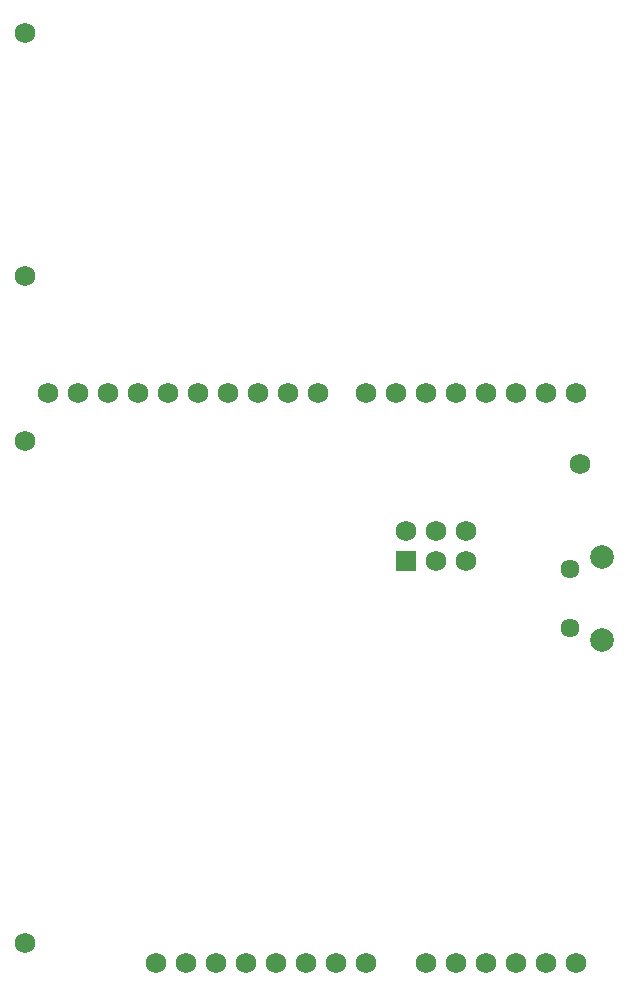
<source format=gbs>
G04*
G04 #@! TF.GenerationSoftware,Altium Limited,Altium Designer,18.1.7 (191)*
G04*
G04 Layer_Color=16711935*
%FSLAX25Y25*%
%MOIN*%
G70*
G01*
G75*
%ADD46C,0.06800*%
%ADD47R,0.06800X0.06800*%
%ADD48C,0.06343*%
%ADD49C,0.07887*%
D46*
X15748Y238189D02*
D03*
Y318898D02*
D03*
X200787Y175197D02*
D03*
X15748Y183071D02*
D03*
Y15748D02*
D03*
X129331Y9016D02*
D03*
X119331D02*
D03*
X109331D02*
D03*
X99331D02*
D03*
X89331D02*
D03*
X79331D02*
D03*
X69331D02*
D03*
X59331D02*
D03*
X129331Y199016D02*
D03*
X139331D02*
D03*
X149331D02*
D03*
X159331D02*
D03*
X169331D02*
D03*
X179331D02*
D03*
X189331D02*
D03*
X199331D02*
D03*
X113331D02*
D03*
X103331D02*
D03*
X93331D02*
D03*
X83331D02*
D03*
X73331D02*
D03*
X63331D02*
D03*
X53331D02*
D03*
X43331D02*
D03*
X33331D02*
D03*
X23331D02*
D03*
X149331Y9016D02*
D03*
X159331D02*
D03*
X169331D02*
D03*
X179331D02*
D03*
X189331D02*
D03*
X199331D02*
D03*
X142831Y153016D02*
D03*
X152831Y143016D02*
D03*
Y153016D02*
D03*
X162831Y143016D02*
D03*
Y153016D02*
D03*
D47*
X142831Y143016D02*
D03*
D48*
X197301Y120632D02*
D03*
Y140317D02*
D03*
D49*
X207931Y116695D02*
D03*
Y144254D02*
D03*
M02*

</source>
